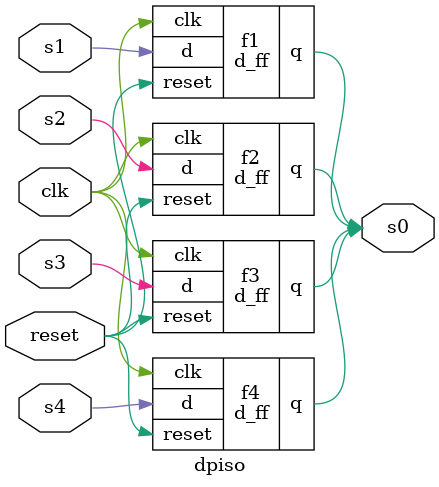
<source format=v>
module d_ff(input clk,reset,d,
       output reg q);
always@(posedge clk or posedge reset) begin
if(reset)
      q <= 1'b0;
    else 
      q <= d;
  end
endmodule

module dpiso(reset,clk,s1,s2,s3,s4,s0);
input reset,clk;
input s1,s2,s3,s4;
output s0;
d_ff f1(.clk(clk),.reset(reset),.d(s1),.q(s0));
d_ff f2(.clk(clk),.reset(reset),.d(s2),.q(s0));
d_ff f3(.clk(clk),.reset(reset),.d(s3),.q(s0));
d_ff f4(.clk(clk),.reset(reset),.d(s4),.q(s0));
endmodule

</source>
